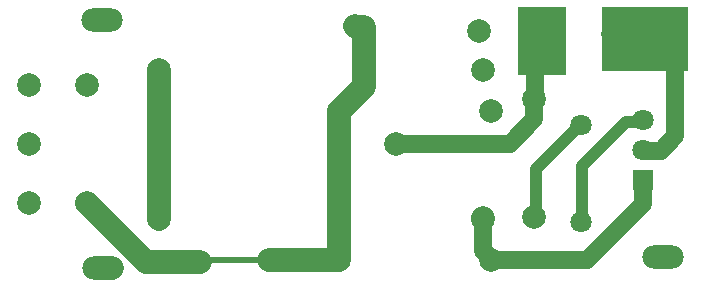
<source format=gbl>
G04*
G04 #@! TF.GenerationSoftware,Altium Limited,Altium Designer,22.10.1 (41)*
G04*
G04 Layer_Physical_Order=2*
G04 Layer_Color=16711680*
%FSLAX44Y44*%
%MOMM*%
G71*
G04*
G04 #@! TF.SameCoordinates,896FFF34-39E1-42E1-B268-0112FD4375FD*
G04*
G04*
G04 #@! TF.FilePolarity,Positive*
G04*
G01*
G75*
%ADD16C,2.0000*%
%ADD17C,1.0000*%
%ADD18C,1.5000*%
%ADD19C,2.0000*%
%ADD20O,3.5000X2.0000*%
%ADD21C,1.8000*%
%ADD22R,1.8000X1.8000*%
%ADD23C,0.5000*%
%ADD24R,4.1700X5.7900*%
%ADD25R,7.3998X5.3800*%
D16*
X336200Y27000D02*
X395600D01*
X231500Y25600D02*
X278000D01*
X182000Y75100D02*
X231500Y25600D01*
X395600Y27000D02*
Y153000D01*
X416300Y173700D01*
X408800Y225400D02*
X409700Y224500D01*
X416300D01*
X242500Y62000D02*
Y188000D01*
X416300Y173700D02*
Y224500D01*
X517000Y62500D02*
X517500Y62000D01*
X195000Y20000D02*
X203100D01*
D17*
X562200Y103900D02*
X599300Y141000D01*
X600900Y67400D02*
Y106600D01*
X638169Y143869D01*
X652748D01*
X562200Y68400D02*
Y103900D01*
D18*
X652600Y74494D02*
Y94600D01*
X652266Y119660D02*
X668044D01*
X523600Y27000D02*
Y28353D01*
X523800Y27200D02*
X605306D01*
X677500Y210884D02*
Y220000D01*
X561100Y163600D02*
Y201900D01*
X677500Y210884D02*
X680100Y208284D01*
X560700Y163200D02*
X561100Y163600D01*
Y201900D02*
X577600Y218400D01*
X669200Y217400D02*
X673100Y221300D01*
X670000Y220000D02*
X677500D01*
X517500Y34453D02*
Y60647D01*
Y34453D02*
X523600Y28353D01*
X539800Y125200D02*
X560700Y146100D01*
Y163200D01*
X444000Y125200D02*
X539800D01*
X680100Y131716D02*
Y208284D01*
X668044Y119660D02*
X680100Y131716D01*
X605306Y27200D02*
X652600Y74494D01*
D19*
X132500Y125100D02*
D03*
Y75100D02*
D03*
Y175100D02*
D03*
X182000D02*
D03*
Y75100D02*
D03*
X517500Y62000D02*
D03*
X242500D02*
D03*
X577600Y218400D02*
D03*
X627600D02*
D03*
X513800Y221000D02*
D03*
X413800D02*
D03*
X517500Y188000D02*
D03*
X242500D02*
D03*
X523600Y153000D02*
D03*
X395600D02*
D03*
X560757Y163600D02*
D03*
Y63600D02*
D03*
X395600Y27000D02*
D03*
X523600D02*
D03*
X443700Y124900D02*
D03*
D20*
X195000Y230000D02*
D03*
X670000Y30000D02*
D03*
Y220000D02*
D03*
X195300Y20000D02*
D03*
D21*
X652600Y145400D02*
D03*
Y120000D02*
D03*
X600000Y59000D02*
D03*
Y141000D02*
D03*
X670000Y30000D02*
D03*
Y220000D02*
D03*
X195000Y230000D02*
D03*
Y20000D02*
D03*
D22*
X652600Y94600D02*
D03*
D23*
X278000Y25600D02*
X279400Y27000D01*
X336200D01*
D24*
X566750Y212450D02*
D03*
D25*
X654099Y214300D02*
D03*
M02*

</source>
